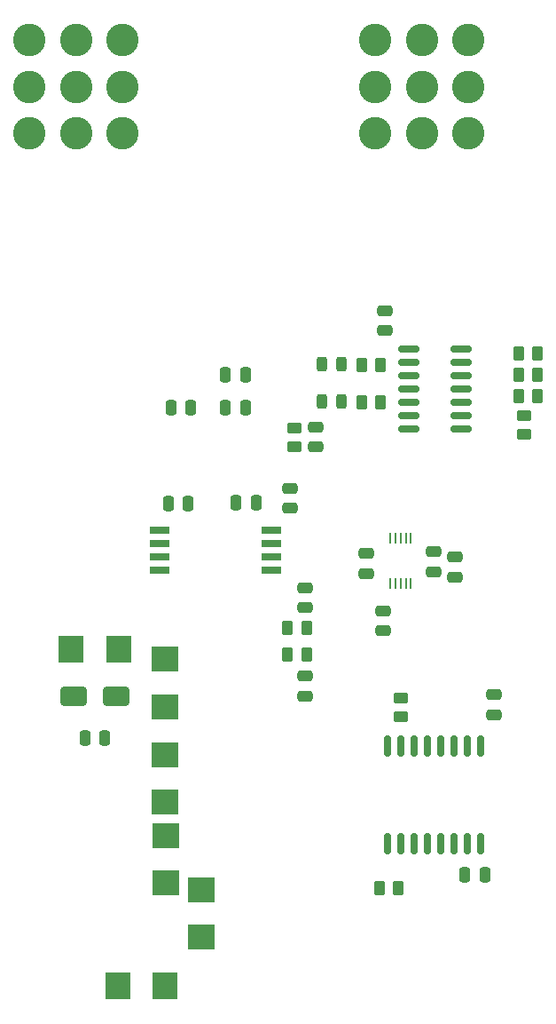
<source format=gbr>
%TF.GenerationSoftware,KiCad,Pcbnew,7.0.11-7.0.11~ubuntu20.04.1*%
%TF.CreationDate,2024-08-15T08:53:24+02:00*%
%TF.ProjectId,diyBMS_CurrentVoltage_ADS1115,64697942-4d53-45f4-9375-7272656e7456,rev?*%
%TF.SameCoordinates,Original*%
%TF.FileFunction,Paste,Top*%
%TF.FilePolarity,Positive*%
%FSLAX46Y46*%
G04 Gerber Fmt 4.6, Leading zero omitted, Abs format (unit mm)*
G04 Created by KiCad (PCBNEW 7.0.11-7.0.11~ubuntu20.04.1) date 2024-08-15 08:53:24*
%MOMM*%
%LPD*%
G01*
G04 APERTURE LIST*
G04 Aperture macros list*
%AMRoundRect*
0 Rectangle with rounded corners*
0 $1 Rounding radius*
0 $2 $3 $4 $5 $6 $7 $8 $9 X,Y pos of 4 corners*
0 Add a 4 corners polygon primitive as box body*
4,1,4,$2,$3,$4,$5,$6,$7,$8,$9,$2,$3,0*
0 Add four circle primitives for the rounded corners*
1,1,$1+$1,$2,$3*
1,1,$1+$1,$4,$5*
1,1,$1+$1,$6,$7*
1,1,$1+$1,$8,$9*
0 Add four rect primitives between the rounded corners*
20,1,$1+$1,$2,$3,$4,$5,0*
20,1,$1+$1,$4,$5,$6,$7,0*
20,1,$1+$1,$6,$7,$8,$9,0*
20,1,$1+$1,$8,$9,$2,$3,0*%
G04 Aperture macros list end*
%ADD10R,2.600000X2.484000*%
%ADD11RoundRect,0.150000X-0.150000X0.875000X-0.150000X-0.875000X0.150000X-0.875000X0.150000X0.875000X0*%
%ADD12RoundRect,0.250000X0.475000X-0.250000X0.475000X0.250000X-0.475000X0.250000X-0.475000X-0.250000X0*%
%ADD13C,3.100000*%
%ADD14RoundRect,0.250000X-0.250000X-0.475000X0.250000X-0.475000X0.250000X0.475000X-0.250000X0.475000X0*%
%ADD15RoundRect,0.250000X0.250000X0.475000X-0.250000X0.475000X-0.250000X-0.475000X0.250000X-0.475000X0*%
%ADD16RoundRect,0.250000X-0.475000X0.250000X-0.475000X-0.250000X0.475000X-0.250000X0.475000X0.250000X0*%
%ADD17RoundRect,0.250000X-0.262500X-0.450000X0.262500X-0.450000X0.262500X0.450000X-0.262500X0.450000X0*%
%ADD18RoundRect,0.250000X1.000000X0.650000X-1.000000X0.650000X-1.000000X-0.650000X1.000000X-0.650000X0*%
%ADD19RoundRect,0.250000X0.450000X-0.262500X0.450000X0.262500X-0.450000X0.262500X-0.450000X-0.262500X0*%
%ADD20R,2.484000X2.600000*%
%ADD21R,1.905000X0.640000*%
%ADD22R,0.250000X1.100000*%
%ADD23RoundRect,0.250000X0.262500X0.450000X-0.262500X0.450000X-0.262500X-0.450000X0.262500X-0.450000X0*%
%ADD24RoundRect,0.243750X-0.243750X-0.456250X0.243750X-0.456250X0.243750X0.456250X-0.243750X0.456250X0*%
%ADD25RoundRect,0.250000X-0.450000X0.262500X-0.450000X-0.262500X0.450000X-0.262500X0.450000X0.262500X0*%
%ADD26RoundRect,0.150000X-0.825000X-0.150000X0.825000X-0.150000X0.825000X0.150000X-0.825000X0.150000X0*%
G04 APERTURE END LIST*
D10*
%TO.C,R5*%
X39977000Y-73317500D03*
X39977000Y-68801500D03*
%TD*%
D11*
%TO.C,U5*%
X70104000Y-77060000D03*
X68834000Y-77060000D03*
X67564000Y-77060000D03*
X66294000Y-77060000D03*
X65024000Y-77060000D03*
X63754000Y-77060000D03*
X62484000Y-77060000D03*
X61214000Y-77060000D03*
X61214000Y-86360000D03*
X62484000Y-86360000D03*
X63754000Y-86360000D03*
X65024000Y-86360000D03*
X66294000Y-86360000D03*
X67564000Y-86360000D03*
X68834000Y-86360000D03*
X70104000Y-86360000D03*
%TD*%
D12*
%TO.C,C16*%
X67691000Y-60955000D03*
X67691000Y-59055000D03*
%TD*%
%TO.C,C3*%
X51943000Y-54417000D03*
X51943000Y-52517000D03*
%TD*%
D13*
%TO.C,J5*%
X35931000Y-9783000D03*
X31496000Y-9783000D03*
X27061000Y-9783000D03*
X35931000Y-14218000D03*
X31496000Y-14218000D03*
X27061000Y-14218000D03*
X35931000Y-18653000D03*
X31496000Y-18653000D03*
X27061000Y-18653000D03*
%TD*%
D14*
%TO.C,C10*%
X68629000Y-89330000D03*
X70529000Y-89330000D03*
%TD*%
%TO.C,C8*%
X46802000Y-53848000D03*
X48702000Y-53848000D03*
%TD*%
D15*
%TO.C,C6*%
X34262000Y-76329500D03*
X32362000Y-76329500D03*
%TD*%
D10*
%TO.C,R3*%
X40040500Y-90144500D03*
X40040500Y-85628500D03*
%TD*%
D16*
%TO.C,C9*%
X65659000Y-58552000D03*
X65659000Y-60452000D03*
%TD*%
D12*
%TO.C,C5*%
X71374000Y-74090000D03*
X71374000Y-72190000D03*
%TD*%
D16*
%TO.C,C13*%
X53363500Y-61981000D03*
X53363500Y-63881000D03*
%TD*%
D14*
%TO.C,C11*%
X45786000Y-41656000D03*
X47686000Y-41656000D03*
%TD*%
D17*
%TO.C,R8*%
X51689000Y-68326000D03*
X53514000Y-68326000D03*
%TD*%
D18*
%TO.C,D1*%
X35312000Y-72329500D03*
X31312000Y-72329500D03*
%TD*%
D14*
%TO.C,C1*%
X40579000Y-44831000D03*
X42479000Y-44831000D03*
%TD*%
D19*
%TO.C,R17*%
X52324000Y-48561000D03*
X52324000Y-46736000D03*
%TD*%
D10*
%TO.C,R4*%
X39977000Y-82397500D03*
X39977000Y-77881500D03*
%TD*%
D14*
%TO.C,C4*%
X45786000Y-44831000D03*
X47686000Y-44831000D03*
%TD*%
D16*
%TO.C,C14*%
X53363500Y-70424000D03*
X53363500Y-72324000D03*
%TD*%
D19*
%TO.C,R14*%
X74271500Y-47394500D03*
X74271500Y-45569500D03*
%TD*%
D20*
%TO.C,R1*%
X35496500Y-99951500D03*
X40012500Y-99951500D03*
%TD*%
D17*
%TO.C,R9*%
X73763500Y-43688000D03*
X75588500Y-43688000D03*
%TD*%
%TO.C,R12*%
X58754000Y-44296252D03*
X60579000Y-44296252D03*
%TD*%
%TO.C,R13*%
X58754000Y-40740252D03*
X60579000Y-40740252D03*
%TD*%
D21*
%TO.C,U1*%
X39470000Y-56515000D03*
X39470000Y-57785000D03*
X39470000Y-59055000D03*
X39470000Y-60325000D03*
X50165000Y-60325000D03*
X50165000Y-59055000D03*
X50165000Y-57785000D03*
X50165000Y-56515000D03*
%TD*%
D22*
%TO.C,U2*%
X61484000Y-61586000D03*
X61984000Y-61586000D03*
X62484000Y-61586000D03*
X62984000Y-61586000D03*
X63484000Y-61586000D03*
X63484000Y-57286000D03*
X62984000Y-57286000D03*
X62484000Y-57286000D03*
X61984000Y-57286000D03*
X61484000Y-57286000D03*
%TD*%
D10*
%TO.C,R2*%
X43469500Y-95314500D03*
X43469500Y-90798500D03*
%TD*%
D23*
%TO.C,R10*%
X75588500Y-39624000D03*
X73763500Y-39624000D03*
%TD*%
D24*
%TO.C,D2*%
X54942500Y-44196000D03*
X56817500Y-44196000D03*
%TD*%
D17*
%TO.C,R7*%
X51689000Y-65786000D03*
X53514000Y-65786000D03*
%TD*%
D20*
%TO.C,R6*%
X35570000Y-67884500D03*
X31054000Y-67884500D03*
%TD*%
D12*
%TO.C,C7*%
X60960000Y-37460000D03*
X60960000Y-35560000D03*
%TD*%
D25*
%TO.C,R15*%
X62484000Y-72493500D03*
X62484000Y-74318500D03*
%TD*%
D12*
%TO.C,C15*%
X60833000Y-66101000D03*
X60833000Y-64201000D03*
%TD*%
D14*
%TO.C,C2*%
X40325000Y-53975000D03*
X42225000Y-53975000D03*
%TD*%
D26*
%TO.C,U4*%
X63287500Y-39216252D03*
X63287500Y-40486252D03*
X63287500Y-41756252D03*
X63287500Y-43026252D03*
X63287500Y-44296252D03*
X63287500Y-45566252D03*
X63287500Y-46836252D03*
X68237500Y-46836252D03*
X68237500Y-45566252D03*
X68237500Y-44296252D03*
X68237500Y-43026252D03*
X68237500Y-41756252D03*
X68237500Y-40486252D03*
X68237500Y-39216252D03*
%TD*%
D23*
%TO.C,R11*%
X75588500Y-41656000D03*
X73763500Y-41656000D03*
%TD*%
%TO.C,R16*%
X62274000Y-90600000D03*
X60449000Y-90600000D03*
%TD*%
D24*
%TO.C,D3*%
X54942500Y-40640000D03*
X56817500Y-40640000D03*
%TD*%
D13*
%TO.C,J4*%
X68961000Y-9783000D03*
X64526000Y-9783000D03*
X60091000Y-9783000D03*
X68961000Y-14218000D03*
X64526000Y-14218000D03*
X60091000Y-14218000D03*
X68961000Y-18653000D03*
X64526000Y-18653000D03*
X60091000Y-18653000D03*
%TD*%
D12*
%TO.C,C12*%
X54356000Y-48578500D03*
X54356000Y-46678500D03*
%TD*%
D16*
%TO.C,C17*%
X59182000Y-58740000D03*
X59182000Y-60640000D03*
%TD*%
M02*

</source>
